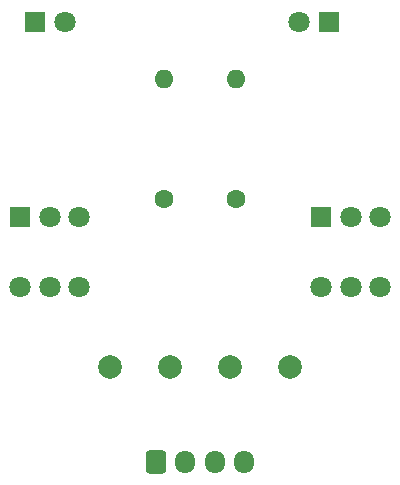
<source format=gbr>
%TF.GenerationSoftware,KiCad,Pcbnew,8.0.8*%
%TF.CreationDate,2025-03-27T00:10:53-04:00*%
%TF.ProjectId,rear_lights_unit_control_box,72656172-5f6c-4696-9768-74735f756e69,0*%
%TF.SameCoordinates,Original*%
%TF.FileFunction,Soldermask,Top*%
%TF.FilePolarity,Negative*%
%FSLAX46Y46*%
G04 Gerber Fmt 4.6, Leading zero omitted, Abs format (unit mm)*
G04 Created by KiCad (PCBNEW 8.0.8) date 2025-03-27 00:10:53*
%MOMM*%
%LPD*%
G01*
G04 APERTURE LIST*
G04 Aperture macros list*
%AMRoundRect*
0 Rectangle with rounded corners*
0 $1 Rounding radius*
0 $2 $3 $4 $5 $6 $7 $8 $9 X,Y pos of 4 corners*
0 Add a 4 corners polygon primitive as box body*
4,1,4,$2,$3,$4,$5,$6,$7,$8,$9,$2,$3,0*
0 Add four circle primitives for the rounded corners*
1,1,$1+$1,$2,$3*
1,1,$1+$1,$4,$5*
1,1,$1+$1,$6,$7*
1,1,$1+$1,$8,$9*
0 Add four rect primitives between the rounded corners*
20,1,$1+$1,$2,$3,$4,$5,0*
20,1,$1+$1,$4,$5,$6,$7,0*
20,1,$1+$1,$6,$7,$8,$9,0*
20,1,$1+$1,$8,$9,$2,$3,0*%
G04 Aperture macros list end*
%ADD10C,1.600000*%
%ADD11O,1.600000X1.600000*%
%ADD12C,2.000000*%
%ADD13R,1.800000X1.800000*%
%ADD14C,1.800000*%
%ADD15RoundRect,0.250000X-0.600000X-0.725000X0.600000X-0.725000X0.600000X0.725000X-0.600000X0.725000X0*%
%ADD16O,1.700000X1.950000*%
G04 APERTURE END LIST*
D10*
%TO.C,R1*%
X123952000Y-71120000D03*
D11*
X123952000Y-60960000D03*
%TD*%
D12*
%TO.C,TP2*%
X124460000Y-85344000D03*
%TD*%
D13*
%TO.C,SW1*%
X111760000Y-72631300D03*
D14*
X114260000Y-72631300D03*
X116760000Y-72631300D03*
X111760000Y-78631300D03*
X114260000Y-78631300D03*
X116760000Y-78631300D03*
%TD*%
D12*
%TO.C,TP4*%
X134620000Y-85344000D03*
%TD*%
D10*
%TO.C,R2*%
X130052000Y-71120000D03*
D11*
X130052000Y-60960000D03*
%TD*%
D13*
%TO.C,D1*%
X113025000Y-56134000D03*
D14*
X115565000Y-56134000D03*
%TD*%
D13*
%TO.C,D2*%
X137922000Y-56134000D03*
D14*
X135382000Y-56134000D03*
%TD*%
D12*
%TO.C,TP1*%
X119380000Y-85344000D03*
%TD*%
D13*
%TO.C,SW2*%
X137240000Y-72631300D03*
D14*
X139740000Y-72631300D03*
X142240000Y-72631300D03*
X137240000Y-78631300D03*
X139740000Y-78631300D03*
X142240000Y-78631300D03*
%TD*%
D15*
%TO.C,J1*%
X123250000Y-93400000D03*
D16*
X125750000Y-93400000D03*
X128250000Y-93400000D03*
X130750000Y-93400000D03*
%TD*%
D12*
%TO.C,TP3*%
X129540000Y-85344000D03*
%TD*%
M02*

</source>
